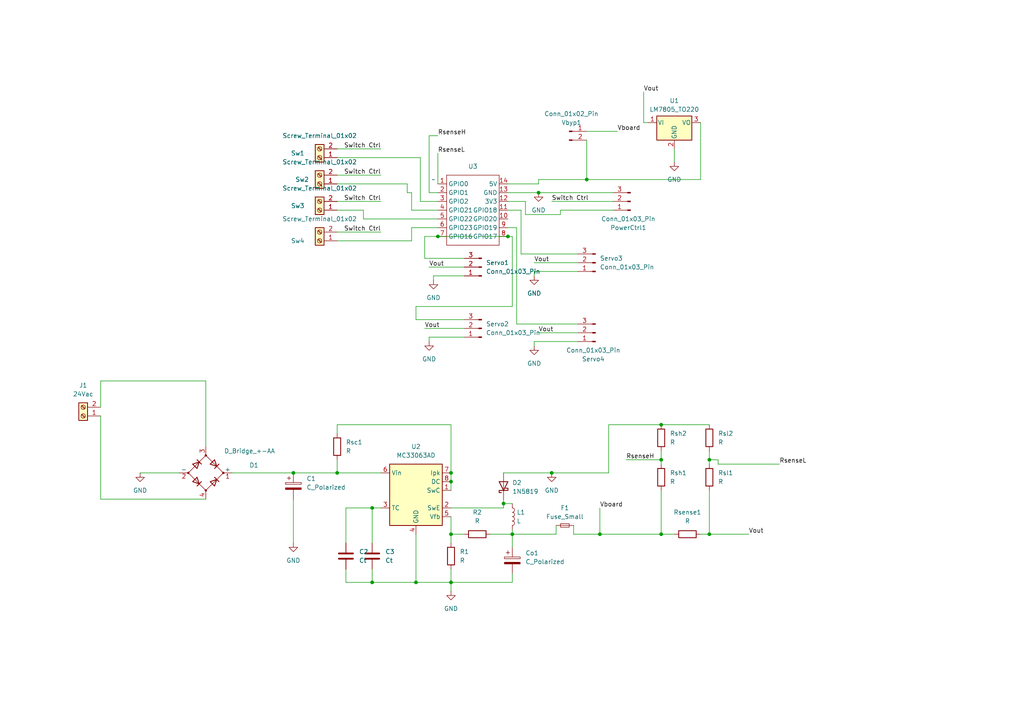
<source format=kicad_sch>
(kicad_sch (version 20230121) (generator eeschema)
  (paper "A4")
  (lib_symbols
    (symbol "Connector:Conn_01x02_Pin" (pin_names (offset 1.016) hide)
      (property "Reference" "J" (at 0 2.54 0))
      (property "Value" "Conn_01x02_Pin" (at 0 -5.08 0))
      (symbol "Conn_01x02_Pin_1_1"
        (polyline (pts (xy 1.27 -2.54) (xy 0.8636 -2.54)) (stroke (width 0.1524)))
        (polyline (pts (xy 1.27 0) (xy 0.8636 0)) (stroke (width 0.1524)))
        (rectangle (start 0.8636 -2.413) (end 0 -2.667) (stroke (width 0.1524)) (fill (type outline)))
        (rectangle (start 0.8636 0.127) (end 0 -0.127) (stroke (width 0.1524)) (fill (type outline)))
        (pin passive line (at 5.08 0 180) (length 3.81) (name "Pin_1") (number "1"))
        (pin passive line (at 5.08 -2.54 180) (length 3.81) (name "Pin_2") (number "2"))
      )
    )
    (symbol "Connector:Conn_01x03_Pin" (pin_names (offset 1.016) hide)
      (property "Reference" "J" (at 0 5.08 0))
      (property "Value" "Conn_01x03_Pin" (at 0 -5.08 0))
      (symbol "Conn_01x03_Pin_1_1"
        (polyline (pts (xy 1.27 -2.54) (xy 0.8636 -2.54)) (stroke (width 0.1524)))
        (polyline (pts (xy 1.27 0) (xy 0.8636 0)) (stroke (width 0.1524)))
        (polyline (pts (xy 1.27 2.54) (xy 0.8636 2.54)) (stroke (width 0.1524)))
        (rectangle (start 0.8636 -2.413) (end 0 -2.667) (stroke (width 0.1524)) (fill (type outline)))
        (rectangle (start 0.8636 0.127) (end 0 -0.127) (stroke (width 0.1524)) (fill (type outline)))
        (rectangle (start 0.8636 2.667) (end 0 2.413) (stroke (width 0.1524)) (fill (type outline)))
        (pin passive line (at 5.08 2.54 180) (length 3.81) (name "Pin_1") (number "1"))
        (pin passive line (at 5.08 0 180) (length 3.81) (name "Pin_2") (number "2"))
        (pin passive line (at 5.08 -2.54 180) (length 3.81) (name "Pin_3") (number "3"))
      )
    )
    (symbol "Connector:Screw_Terminal_01x02" (pin_names (offset 1.016) hide)
      (property "Reference" "J" (at 0 2.54 0))
      (property "Value" "Screw_Terminal_01x02" (at 0 -5.08 0))
      (symbol "Screw_Terminal_01x02_1_1"
        (rectangle (start -1.27 1.27) (end 1.27 -3.81) (stroke (width 0.254)) (fill (type background)))
        (circle (center 0 -2.54) (radius 0.635) (stroke (width 0.1524)))
        (polyline (pts (xy -0.5334 -2.2098) (xy 0.3302 -3.048)) (stroke (width 0.1524)))
        (polyline (pts (xy -0.5334 0.3302) (xy 0.3302 -0.508)) (stroke (width 0.1524)))
        (polyline (pts (xy -0.3556 -2.032) (xy 0.508 -2.8702)) (stroke (width 0.1524)))
        (polyline (pts (xy -0.3556 0.508) (xy 0.508 -0.3302)) (stroke (width 0.1524)))
        (circle (center 0 0) (radius 0.635) (stroke (width 0.1524)))
        (pin passive line (at -5.08 0 0) (length 3.81) (name "Pin_1") (number "1"))
        (pin passive line (at -5.08 -2.54 0) (length 3.81) (name "Pin_2") (number "2"))
      )
    )
    (symbol "Device:C" (pin_numbers hide) (pin_names (offset 0.254))
      (property "Reference" "C" (at 0.635 2.54 0))
      (property "Value" "C" (at 0.635 -2.54 0))
      (symbol "C_0_1"
        (polyline (pts (xy -2.032 -0.762) (xy 2.032 -0.762)) (stroke (width 0.508)))
        (polyline (pts (xy -2.032 0.762) (xy 2.032 0.762)) (stroke (width 0.508)))
      )
      (symbol "C_1_1"
        (pin passive line (at 0 3.81 270) (length 2.794) (name "~") (number "1"))
        (pin passive line (at 0 -3.81 90) (length 2.794) (name "~") (number "2"))
      )
    )
    (symbol "Device:C_Polarized" (pin_numbers hide) (pin_names (offset 0.254))
      (property "Reference" "C" (at 0.635 2.54 0))
      (property "Value" "C_Polarized" (at 0.635 -2.54 0))
      (symbol "C_Polarized_0_1"
        (rectangle (start -2.286 0.508) (end 2.286 1.016))
        (polyline (pts (xy -1.778 2.286) (xy -0.762 2.286)))
        (polyline (pts (xy -1.27 2.794) (xy -1.27 1.778)))
        (rectangle (start 2.286 -0.508) (end -2.286 -1.016) (fill (type outline)))
      )
      (symbol "C_Polarized_1_1"
        (pin passive line (at 0 3.81 270) (length 2.794) (name "~") (number "1"))
        (pin passive line (at 0 -3.81 90) (length 2.794) (name "~") (number "2"))
      )
    )
    (symbol "Device:D_Bridge_+-AA" (pin_names (offset 0))
      (property "Reference" "D" (at 2.54 6.985 0))
      (property "Value" "D_Bridge_+-AA" (at 2.54 5.08 0))
      (symbol "D_Bridge_+-AA_0_1"
        (circle (center -5.08 0) (radius 0.254) (fill (type outline)))
        (circle (center 0 -5.08) (radius 0.254) (fill (type outline)))
        (polyline (pts (xy -2.54 3.81) (xy -1.27 2.54)) (stroke (width 0.254)))
        (polyline (pts (xy -1.27 -2.54) (xy -2.54 -3.81)) (stroke (width 0.254)))
        (polyline (pts (xy 2.54 -1.27) (xy 3.81 -2.54)) (stroke (width 0.254)))
        (polyline (pts (xy 2.54 1.27) (xy 3.81 2.54)) (stroke (width 0.254)))
        (polyline (pts (xy -3.81 2.54) (xy -2.54 1.27) (xy -1.905 3.175) (xy -3.81 2.54)) (stroke (width 0.254)))
        (polyline (pts (xy -2.54 -1.27) (xy -3.81 -2.54) (xy -1.905 -3.175) (xy -2.54 -1.27)) (stroke (width 0.254)))
        (polyline (pts (xy 1.27 2.54) (xy 2.54 3.81) (xy 3.175 1.905) (xy 1.27 2.54)) (stroke (width 0.254)))
        (polyline (pts (xy 3.175 -1.905) (xy 1.27 -2.54) (xy 2.54 -3.81) (xy 3.175 -1.905)) (stroke (width 0.254)))
        (polyline (pts (xy -5.08 0) (xy 0 -5.08) (xy 5.08 0) (xy 0 5.08) (xy -5.08 0)))
        (circle (center 0 5.08) (radius 0.254) (fill (type outline)))
        (circle (center 5.08 0) (radius 0.254) (fill (type outline)))
      )
      (symbol "D_Bridge_+-AA_1_1"
        (pin passive line (at 7.62 0 180) (length 2.54) (name "+") (number "1"))
        (pin passive line (at -7.62 0 0) (length 2.54) (name "-") (number "2"))
        (pin passive line (at 0 7.62 270) (length 2.54) (name "~") (number "3"))
        (pin passive line (at 0 -7.62 90) (length 2.54) (name "~") (number "4"))
      )
    )
    (symbol "Device:Fuse_Small" (pin_numbers hide) (pin_names (offset 0.254) hide)
      (property "Reference" "F" (at 0 -1.524 0))
      (property "Value" "Fuse_Small" (at 0 1.524 0))
      (symbol "Fuse_Small_0_1"
        (rectangle (start -1.27 0.508) (end 1.27 -0.508))
        (polyline (pts (xy -1.27 0) (xy 1.27 0)))
      )
      (symbol "Fuse_Small_1_1"
        (pin passive line (at -2.54 0 0) (length 1.27) (name "~") (number "1"))
        (pin passive line (at 2.54 0 180) (length 1.27) (name "~") (number "2"))
      )
    )
    (symbol "Device:L" (pin_numbers hide) (pin_names (offset 1.016) hide)
      (property "Reference" "L" (at -1.27 0 90))
      (property "Value" "L" (at 1.905 0 90))
      (symbol "L_0_1"
        (arc (start 0 -2.54) (mid 0.6323 -1.905) (end 0 -1.27))
        (arc (start 0 -1.27) (mid 0.6323 -0.635) (end 0 0))
        (arc (start 0 0) (mid 0.6323 0.635) (end 0 1.27))
        (arc (start 0 1.27) (mid 0.6323 1.905) (end 0 2.54))
      )
      (symbol "L_1_1"
        (pin passive line (at 0 3.81 270) (length 1.27) (name "1") (number "1"))
        (pin passive line (at 0 -3.81 90) (length 1.27) (name "2") (number "2"))
      )
    )
    (symbol "Device:R" (pin_numbers hide) (pin_names (offset 0))
      (property "Reference" "R" (at 2.032 0 90))
      (property "Value" "R" (at 0 0 90))
      (symbol "R_0_1"
        (rectangle (start -1.016 -2.54) (end 1.016 2.54) (stroke (width 0.254)))
      )
      (symbol "R_1_1"
        (pin passive line (at 0 3.81 270) (length 1.27) (name "~") (number "1"))
        (pin passive line (at 0 -3.81 90) (length 1.27) (name "~") (number "2"))
      )
    )
    (symbol "Diode:1N5819" (pin_numbers hide) (pin_names (offset 1.016) hide)
      (property "Reference" "D" (at 0 2.54 0))
      (property "Value" "1N5819" (at 0 -2.54 0))
      (symbol "1N5819_0_1"
        (polyline (pts (xy 1.27 0) (xy -1.27 0)))
        (polyline (pts (xy 1.27 1.27) (xy 1.27 -1.27) (xy -1.27 0) (xy 1.27 1.27)) (stroke (width 0.254)))
        (polyline (pts (xy -1.905 0.635) (xy -1.905 1.27) (xy -1.27 1.27) (xy -1.27 -1.27) (xy -0.635 -1.27) (xy -0.635 -0.635)) (stroke (width 0.254)))
      )
      (symbol "1N5819_1_1"
        (pin passive line (at -3.81 0 0) (length 2.54) (name "K") (number "1"))
        (pin passive line (at 3.81 0 180) (length 2.54) (name "A") (number "2"))
      )
    )
    (symbol "Regulator_Linear:LM7805_TO220" (pin_names (offset 0.254))
      (property "Reference" "U" (at -3.81 3.175 0))
      (property "Value" "LM7805_TO220" (at 0 3.175 0))
      (symbol "LM7805_TO220_0_1"
        (rectangle (start -5.08 1.905) (end 5.08 -5.08) (stroke (width 0.254)) (fill (type background)))
      )
      (symbol "LM7805_TO220_1_1"
        (pin power_in line (at -7.62 0 0) (length 2.54) (name "VI") (number "1"))
        (pin power_in line (at 0 -7.62 90) (length 2.54) (name "GND") (number "2"))
        (pin power_out line (at 7.62 0 180) (length 2.54) (name "VO") (number "3"))
      )
    )
    (symbol "Regulator_Switching:MC33063AD"
      (property "Reference" "U" (at -7.62 8.89 0))
      (property "Value" "MC33063AD" (at 0 8.89 0))
      (symbol "MC33063AD_0_1"
        (rectangle (start -7.62 7.62) (end 7.62 -10.16) (stroke (width 0.254)) (fill (type background)))
      )
      (symbol "MC33063AD_1_1"
        (pin open_collector line (at 10.16 0 180) (length 2.54) (name "SwC") (number "1"))
        (pin open_emitter line (at 10.16 -5.08 180) (length 2.54) (name "SwE") (number "2"))
        (pin passive line (at -10.16 -5.08 0) (length 2.54) (name "TC") (number "3"))
        (pin power_in line (at 0 -12.7 90) (length 2.54) (name "GND") (number "4"))
        (pin input line (at 10.16 -7.62 180) (length 2.54) (name "Vfb") (number "5"))
        (pin power_in line (at -10.16 5.08 0) (length 2.54) (name "Vin") (number "6"))
        (pin input line (at 10.16 5.08 180) (length 2.54) (name "Ipk") (number "7"))
        (pin open_collector line (at 10.16 2.54 180) (length 2.54) (name "DC") (number "8"))
      )
    )
    (symbol "XIAO_C6_1"
      (property "Reference" "U" (at 0 0 0))
      (symbol "XIAO_C6_1_0_1"
        (rectangle (start 3.81 1.27) (end 19.05 -19.05))
      )
      (symbol "XIAO_C6_1_1_1"
        (pin bidirectional line (at 1.27 -1.27 0) (length 2.54) (name "GPIO0") (number "1"))
        (pin bidirectional line (at 21.59 -11.43 180) (length 2.54) (name "GPIO20") (number "10"))
        (pin bidirectional line (at 21.59 -8.89 180) (length 2.54) (name "GPIO18") (number "11"))
        (pin bidirectional line (at 21.59 -6.35 180) (length 2.54) (name "3V3") (number "12"))
        (pin bidirectional line (at 21.59 -3.81 180) (length 2.54) (name "GND") (number "13"))
        (pin bidirectional line (at 21.59 -1.27 180) (length 2.54) (name "5V") (number "14"))
        (pin bidirectional line (at 1.27 -3.81 0) (length 2.54) (name "GPIO1") (number "2"))
        (pin bidirectional line (at 1.27 -6.35 0) (length 2.54) (name "GPIO2") (number "3"))
        (pin bidirectional line (at 1.27 -8.89 0) (length 2.54) (name "GPIO21") (number "4"))
        (pin bidirectional line (at 1.27 -11.43 0) (length 2.54) (name "GPIO22") (number "5"))
        (pin bidirectional line (at 1.27 -13.97 0) (length 2.54) (name "GPIO23") (number "6"))
        (pin bidirectional line (at 1.27 -16.51 0) (length 2.54) (name "GPIO16") (number "7"))
        (pin bidirectional line (at 21.59 -16.51 180) (length 2.54) (name "GPIO17") (number "8"))
        (pin bidirectional line (at 21.59 -13.97 180) (length 2.54) (name "GPIO19") (number "9"))
      )
    )
    (symbol "power:GND" (power) (pin_names (offset 0))
      (property "Value" "GND" (at 0 -3.81 0))
      (symbol "GND_0_1"
        (polyline (pts (xy 0 0) (xy 0 -1.27) (xy 1.27 -1.27) (xy 0 -2.54) (xy -1.27 -1.27) (xy 0 -1.27)))
      )
      (symbol "GND_1_1"
        (pin power_in line (at 0 0 270) (length 0) hide (name "GND") (number "1"))
      )
    )
  )
  (junction (at 173.99 154.94))
  (junction (at 107.95 168.91))
  (junction (at 130.81 139.7))
  (junction (at 107.95 147.32))
  (junction (at 120.65 168.91))
  (junction (at 170.18 52.07))
  (junction (at 127 68.58))
  (junction (at 85.09 137.16))
  (junction (at 130.81 137.16))
  (junction (at 148.59 154.94))
  (junction (at 205.74 154.94))
  (junction (at 156.21 55.88))
  (junction (at 205.74 133.35))
  (junction (at 147.32 68.58))
  (junction (at 146.05 146.05))
  (junction (at 130.81 154.94))
  (junction (at 160.02 137.16))
  (junction (at 97.79 137.16))
  (junction (at 191.77 123.19))
  (junction (at 191.77 133.35))
  (junction (at 191.77 154.94))
  (junction (at 130.81 168.91))
  (wire (pts (xy 142.24 154.94) (xy 148.59 154.94)))
  (wire (pts (xy 160.02 58.42) (xy 177.8 58.42)))
  (wire (pts (xy 186.69 26.67) (xy 186.69 35.56)))
  (wire (pts (xy 130.81 139.7) (xy 130.81 142.24)))
  (wire (pts (xy 167.64 93.98) (xy 149.86 93.98)))
  (wire (pts (xy 124.46 99.06) (xy 124.46 97.79)))
  (wire (pts (xy 191.77 154.94) (xy 195.58 154.94)))
  (wire (pts (xy 170.18 52.07) (xy 203.2 52.07)))
  (wire (pts (xy 127 55.88) (xy 124.46 55.88)))
  (wire (pts (xy 166.37 152.4) (xy 166.37 154.94)))
  (wire (pts (xy 125.73 81.28) (xy 125.73 80.01)))
  (wire (pts (xy 151.13 73.66) (xy 167.64 73.66)))
  (wire (pts (xy 147.32 66.04) (xy 149.86 66.04)))
  (wire (pts (xy 119.38 55.88) (xy 118.11 55.88)))
  (wire (pts (xy 154.94 99.06) (xy 167.64 99.06)))
  (wire (pts (xy 146.05 137.16) (xy 160.02 137.16)))
  (wire (pts (xy 123.19 74.93) (xy 123.19 68.58)))
  (wire (pts (xy 162.56 60.96) (xy 177.8 60.96)))
  (wire (pts (xy 67.31 137.16) (xy 85.09 137.16)))
  (wire (pts (xy 130.81 165.1) (xy 130.81 168.91)))
  (wire (pts (xy 149.86 66.04) (xy 149.86 93.98)))
  (wire (pts (xy 205.74 154.94) (xy 217.17 154.94)))
  (wire (pts (xy 107.95 165.1) (xy 107.95 168.91)))
  (wire (pts (xy 147.32 60.96) (xy 151.13 60.96)))
  (wire (pts (xy 119.38 66.04) (xy 127 66.04)))
  (wire (pts (xy 119.38 69.85) (xy 119.38 66.04)))
  (wire (pts (xy 147.32 58.42) (xy 152.4 58.42)))
  (wire (pts (xy 154.94 76.2) (xy 167.64 76.2)))
  (wire (pts (xy 130.81 168.91) (xy 130.81 171.45)))
  (wire (pts (xy 124.46 55.88) (xy 124.46 39.37)))
  (wire (pts (xy 59.69 110.49) (xy 59.69 129.54)))
  (wire (pts (xy 154.94 100.33) (xy 154.94 99.06)))
  (wire (pts (xy 127 44.45) (xy 127 53.34)))
  (wire (pts (xy 107.95 168.91) (xy 120.65 168.91)))
  (wire (pts (xy 166.37 154.94) (xy 173.99 154.94)))
  (wire (pts (xy 170.18 38.1) (xy 179.07 38.1)))
  (wire (pts (xy 173.99 154.94) (xy 191.77 154.94)))
  (wire (pts (xy 148.59 88.9) (xy 120.65 88.9)))
  (wire (pts (xy 120.65 154.94) (xy 120.65 168.91)))
  (wire (pts (xy 118.11 55.88) (xy 118.11 53.34)))
  (wire (pts (xy 110.49 50.8) (xy 97.79 50.8)))
  (wire (pts (xy 146.05 144.78) (xy 146.05 146.05)))
  (wire (pts (xy 125.73 80.01) (xy 134.62 80.01)))
  (wire (pts (xy 191.77 142.24) (xy 191.77 154.94)))
  (wire (pts (xy 107.95 147.32) (xy 110.49 147.32)))
  (wire (pts (xy 156.21 52.07) (xy 156.21 53.34)))
  (wire (pts (xy 191.77 123.19) (xy 205.74 123.19)))
  (wire (pts (xy 85.09 137.16) (xy 97.79 137.16)))
  (wire (pts (xy 181.61 133.35) (xy 191.77 133.35)))
  (wire (pts (xy 107.95 157.48) (xy 107.95 147.32)))
  (wire (pts (xy 154.94 80.01) (xy 154.94 78.74)))
  (wire (pts (xy 130.81 154.94) (xy 134.62 154.94)))
  (wire (pts (xy 105.41 63.5) (xy 105.41 60.96)))
  (wire (pts (xy 148.59 68.58) (xy 147.32 68.58)))
  (wire (pts (xy 100.33 157.48) (xy 100.33 147.32)))
  (wire (pts (xy 176.53 137.16) (xy 160.02 137.16)))
  (wire (pts (xy 40.64 137.16) (xy 52.07 137.16)))
  (wire (pts (xy 130.81 137.16) (xy 130.81 139.7)))
  (wire (pts (xy 186.69 35.56) (xy 187.96 35.56)))
  (wire (pts (xy 100.33 168.91) (xy 107.95 168.91)))
  (wire (pts (xy 147.32 55.88) (xy 156.21 55.88)))
  (wire (pts (xy 120.65 88.9) (xy 120.65 92.71)))
  (wire (pts (xy 130.81 154.94) (xy 130.81 157.48)))
  (wire (pts (xy 97.79 133.35) (xy 97.79 137.16)))
  (wire (pts (xy 130.81 137.16) (xy 130.81 123.19)))
  (wire (pts (xy 156.21 55.88) (xy 177.8 55.88)))
  (wire (pts (xy 203.2 154.94) (xy 205.74 154.94)))
  (wire (pts (xy 127 68.58) (xy 137.16 68.58)))
  (wire (pts (xy 154.94 78.74) (xy 167.64 78.74)))
  (wire (pts (xy 120.65 168.91) (xy 130.81 168.91)))
  (wire (pts (xy 85.09 144.78) (xy 85.09 157.48)))
  (wire (pts (xy 110.49 67.31) (xy 97.79 67.31)))
  (wire (pts (xy 161.29 152.4) (xy 161.29 154.94)))
  (wire (pts (xy 148.59 146.05) (xy 146.05 146.05)))
  (wire (pts (xy 130.81 149.86) (xy 130.81 154.94)))
  (wire (pts (xy 97.79 69.85) (xy 119.38 69.85)))
  (wire (pts (xy 170.18 40.64) (xy 170.18 52.07)))
  (wire (pts (xy 148.59 154.94) (xy 148.59 158.75)))
  (wire (pts (xy 203.2 52.07) (xy 203.2 35.56)))
  (wire (pts (xy 226.06 134.62) (xy 208.28 134.62)))
  (wire (pts (xy 97.79 45.72) (xy 121.92 45.72)))
  (wire (pts (xy 29.21 110.49) (xy 59.69 110.49)))
  (wire (pts (xy 124.46 97.79) (xy 134.62 97.79)))
  (wire (pts (xy 148.59 166.37) (xy 148.59 168.91)))
  (wire (pts (xy 119.38 55.88) (xy 119.38 60.96)))
  (wire (pts (xy 110.49 43.18) (xy 97.79 43.18)))
  (wire (pts (xy 130.81 168.91) (xy 148.59 168.91)))
  (wire (pts (xy 124.46 39.37) (xy 127 39.37)))
  (wire (pts (xy 29.21 120.65) (xy 29.21 144.78)))
  (wire (pts (xy 124.46 77.47) (xy 134.62 77.47)))
  (wire (pts (xy 29.21 144.78) (xy 59.69 144.78)))
  (wire (pts (xy 100.33 147.32) (xy 107.95 147.32)))
  (wire (pts (xy 170.18 52.07) (xy 156.21 52.07)))
  (wire (pts (xy 127 63.5) (xy 105.41 63.5)))
  (wire (pts (xy 97.79 123.19) (xy 97.79 125.73)))
  (wire (pts (xy 173.99 147.32) (xy 173.99 154.94)))
  (wire (pts (xy 191.77 133.35) (xy 191.77 134.62)))
  (wire (pts (xy 152.4 58.42) (xy 152.4 62.23)))
  (wire (pts (xy 191.77 130.81) (xy 191.77 133.35)))
  (wire (pts (xy 208.28 134.62) (xy 208.28 133.35)))
  (wire (pts (xy 162.56 60.96) (xy 162.56 62.23)))
  (wire (pts (xy 205.74 133.35) (xy 205.74 134.62)))
  (wire (pts (xy 130.81 147.32) (xy 146.05 147.32)))
  (wire (pts (xy 161.29 154.94) (xy 148.59 154.94)))
  (wire (pts (xy 127 60.96) (xy 119.38 60.96)))
  (wire (pts (xy 205.74 130.81) (xy 205.74 133.35)))
  (wire (pts (xy 167.64 96.52) (xy 156.21 96.52)))
  (wire (pts (xy 191.77 123.19) (xy 176.53 123.19)))
  (wire (pts (xy 208.28 133.35) (xy 205.74 133.35)))
  (wire (pts (xy 100.33 165.1) (xy 100.33 168.91)))
  (wire (pts (xy 29.21 118.11) (xy 29.21 110.49)))
  (wire (pts (xy 127 58.42) (xy 121.92 58.42)))
  (wire (pts (xy 152.4 62.23) (xy 162.56 62.23)))
  (wire (pts (xy 110.49 58.42) (xy 97.79 58.42)))
  (wire (pts (xy 130.81 123.19) (xy 97.79 123.19)))
  (wire (pts (xy 146.05 146.05) (xy 146.05 147.32)))
  (wire (pts (xy 176.53 123.19) (xy 176.53 137.16)))
  (wire (pts (xy 123.19 95.25) (xy 134.62 95.25)))
  (wire (pts (xy 97.79 53.34) (xy 118.11 53.34)))
  (wire (pts (xy 151.13 60.96) (xy 151.13 73.66)))
  (wire (pts (xy 105.41 60.96) (xy 97.79 60.96)))
  (wire (pts (xy 195.58 43.18) (xy 195.58 46.99)))
  (wire (pts (xy 205.74 142.24) (xy 205.74 154.94)))
  (wire (pts (xy 139.7 68.58) (xy 147.32 68.58)))
  (wire (pts (xy 148.59 68.58) (xy 148.59 88.9)))
  (wire (pts (xy 97.79 137.16) (xy 110.49 137.16)))
  (wire (pts (xy 121.92 45.72) (xy 121.92 58.42)))
  (wire (pts (xy 134.62 74.93) (xy 123.19 74.93)))
  (wire (pts (xy 148.59 153.67) (xy 148.59 154.94)))
  (wire (pts (xy 120.65 92.71) (xy 134.62 92.71)))
  (wire (pts (xy 123.19 68.58) (xy 127 68.58)))
  (wire (pts (xy 147.32 53.34) (xy 156.21 53.34)))
  (label "Switch Ctrl" (at 110.49 43.18 180))
  (label "Vboard" (at 179.07 38.1 0))
  (label "Vboard" (at 173.99 147.32 0))
  (label "Vout" (at 156.21 96.52 0))
  (label "Vout" (at 217.17 154.94 0))
  (label "Vout" (at 186.69 26.67 0))
  (label "RsenseL" (at 127 44.45 0))
  (label "Switch Ctrl" (at 110.49 67.31 180))
  (label "Vout" (at 154.94 76.2 0))
  (label "Switch Ctrl" (at 110.49 50.8 180))
  (label "RsenseH" (at 181.61 133.35 0))
  (label "Vout" (at 123.19 95.25 0))
  (label "RsenseL" (at 226.06 134.62 0))
  (label "RsenseH" (at 127 39.37 0))
  (label "Switch Ctrl" (at 110.49 58.42 180))
  (label "Switch Ctrl" (at 160.02 58.42 0))
  (label "Vout" (at 124.46 77.47 0))
  (symbol (lib_id "Connector:Conn_01x03_Pin") (at 182.88 58.42 180) (unit 1)
    (property "Reference" "PowerCtrl1" (at 182.245 66.04 0))
    (property "Value" "Conn_01x03_Pin" (at 182.245 63.5 0))
    (property "Footprint" "Connector_PinHeader_2.54mm:PinHeader_1x03_P2.54mm_Vertical" (effects hide))
  )
  (symbol (lib_id "Connector:Conn_01x02_Pin") (at 165.1 38.1 0) (unit 1)
    (property "Reference" "Vbyp1" (at 165.735 35.56 0))
    (property "Value" "Conn_01x02_Pin" (at 165.735 33.02 0))
    (property "Footprint" "Connector_PinHeader_2.54mm:PinHeader_1x02_P2.54mm_Vertical" (effects hide))
  )
  (symbol (lib_id "Connector:Screw_Terminal_01x02") (at 92.71 45.72 180) (unit 1)
    (property "Reference" "Sw1" (at 86.36 44.45 0))
    (property "Value" "Screw_Terminal_01x02" (at 92.71 39.37 0))
    (property "Footprint" "Relay_parts:CONN_1985195" (effects hide))
  )
  (symbol (lib_id "power:GND") (at 160.02 137.16 0) (unit 1)
    (property "Reference" "#PWR04" (effects hide))
    (property "Value" "GND" (at 160.02 142.24 0))
  )
  (symbol (lib_id "power:GND") (at 124.46 99.06 0) (unit 1)
    (property "Reference" "#PWR06" (effects hide))
    (property "Value" "GND" (at 124.46 104.14 0))
  )
  (symbol (lib_id "Device:R") (at 199.39 154.94 90) (unit 1)
    (property "Reference" "Rsense1" (at 199.39 148.59 90))
    (property "Value" "R" (at 199.39 151.13 90))
    (property "Footprint" "Resistor_THT:R_Axial_DIN0414_L11.9mm_D4.5mm_P15.24mm_Horizontal" (effects hide))
  )
  (symbol (lib_id "Device:R") (at 205.74 138.43 0) (unit 1)
    (property "Reference" "Rsl1" (at 208.28 137.16 0) (effects (justify left)))
    (property "Value" "R" (at 208.28 139.7 0) (effects (justify left)))
    (property "Footprint" "Resistor_SMD:R_0603_1608Metric_Pad0.98x0.95mm_HandSolder" (effects hide))
  )
  (symbol (lib_id "Device:C_Polarized") (at 85.09 140.97 0) (unit 1)
    (property "Reference" "C1" (at 88.9 138.811 0) (effects (justify left)))
    (property "Value" "C_Polarized" (at 88.9 141.351 0) (effects (justify left)))
    (property "Footprint" "Capacitor_THT:CP_Radial_D8.0mm_P2.50mm" (effects hide))
  )
  (symbol (lib_id "Device:R") (at 191.77 127 0) (unit 1)
    (property "Reference" "Rsh2" (at 194.31 125.73 0) (effects (justify left)))
    (property "Value" "R" (at 194.31 128.27 0) (effects (justify left)))
    (property "Footprint" "Resistor_SMD:R_0603_1608Metric_Pad0.98x0.95mm_HandSolder" (effects hide))
  )
  (symbol (lib_id "Connector:Conn_01x03_Pin") (at 172.72 76.2 180) (unit 1)
    (property "Reference" "Servo3" (at 173.99 74.93 0) (effects (justify right)))
    (property "Value" "Conn_01x03_Pin" (at 173.99 77.47 0) (effects (justify right)))
    (property "Footprint" "Connector_PinHeader_2.54mm:PinHeader_1x03_P2.54mm_Vertical" (effects hide))
  )
  (symbol (lib_id "power:GND") (at 195.58 46.99 0) (unit 1)
    (property "Reference" "#PWR010" (effects hide))
    (property "Value" "GND" (at 195.58 52.07 0))
  )
  (symbol (lib_id "Connector:Conn_01x03_Pin") (at 139.7 95.25 180) (unit 1)
    (property "Reference" "Servo2" (at 140.97 93.98 0) (effects (justify right)))
    (property "Value" "Conn_01x03_Pin" (at 140.97 96.52 0) (effects (justify right)))
    (property "Footprint" "Connector_PinHeader_2.54mm:PinHeader_1x03_P2.54mm_Vertical" (effects hide))
  )
  (symbol (lib_id "Device:R") (at 130.81 161.29 0) (unit 1)
    (property "Reference" "R1" (at 133.35 160.02 0) (effects (justify left)))
    (property "Value" "R" (at 133.35 162.56 0) (effects (justify left)))
    (property "Footprint" "Resistor_THT:R_Axial_DIN0207_L6.3mm_D2.5mm_P10.16mm_Horizontal" (effects hide))
  )
  (symbol (lib_id "Device:R") (at 191.77 138.43 0) (unit 1)
    (property "Reference" "Rsh1" (at 194.31 137.16 0) (effects (justify left)))
    (property "Value" "R" (at 194.31 139.7 0) (effects (justify left)))
    (property "Footprint" "Resistor_SMD:R_0603_1608Metric_Pad0.98x0.95mm_HandSolder" (effects hide))
  )
  (symbol (lib_id "power:GND") (at 40.64 137.16 0) (unit 1)
    (property "Reference" "#PWR01" (effects hide))
    (property "Value" "GND" (at 40.64 142.24 0))
  )
  (symbol (lib_id "Diode:1N5819") (at 146.05 140.97 90) (unit 1)
    (property "Reference" "D2" (at 148.59 140.0175 90) (effects (justify right)))
    (property "Value" "1N5819" (at 148.59 142.5575 90) (effects (justify right)))
    (property "Footprint" "Diode_THT:D_DO-41_SOD81_P10.16mm_Horizontal" (effects hide))
    (property "Datasheet" "http://www.vishay.com/docs/88525/1n5817.pdf" (effects hide))
  )
  (symbol (lib_id "Connector:Conn_01x03_Pin") (at 172.72 96.52 180) (unit 1)
    (property "Reference" "Servo4" (at 172.085 104.14 0))
    (property "Value" "Conn_01x03_Pin" (at 172.085 101.6 0))
    (property "Footprint" "Connector_PinHeader_2.54mm:PinHeader_1x03_P2.54mm_Vertical" (effects hide))
  )
  (symbol (lib_id "Device:C_Polarized") (at 148.59 162.56 0) (unit 1)
    (property "Reference" "Co1" (at 152.4 160.401 0) (effects (justify left)))
    (property "Value" "C_Polarized" (at 152.4 162.941 0) (effects (justify left)))
    (property "Footprint" "Capacitor_THT:CP_Radial_D8.0mm_P3.80mm" (effects hide))
  )
  (symbol (lib_id "Device:R") (at 138.43 154.94 90) (unit 1)
    (property "Reference" "R2" (at 138.43 148.59 90))
    (property "Value" "R" (at 138.43 151.13 90))
    (property "Footprint" "Resistor_THT:R_Axial_DIN0207_L6.3mm_D2.5mm_P10.16mm_Horizontal" (effects hide))
  )
  (symbol (lib_id "Device:D_Bridge_+-AA") (at 59.69 137.16 0) (unit 1)
    (property "Reference" "D1" (at 73.66 134.9441 0))
    (property "Value" "D_Bridge_+-AA" (at 72.39 130.81 0))
    (property "Footprint" "CustomParts:DB_M" (effects hide))
  )
  (symbol (lib_id "Device:Fuse_Small") (at 163.83 152.4 0) (unit 1)
    (property "Reference" "F1" (at 163.83 147.32 0))
    (property "Value" "Fuse_Small" (at 163.83 149.86 0))
    (property "Footprint" "Fuse:Fuseholder_Clip-5x20mm_Keystone_3512P_Inline_P23.62x7.27mm_D1.02x2.41x1.02x1.57mm_Horizontal" (effects hide))
  )
  (symbol (lib_id "Device:C") (at 100.33 161.29 0) (unit 1)
    (property "Reference" "C2" (at 104.14 160.02 0) (effects (justify left)))
    (property "Value" "Ct" (at 104.14 162.56 0) (effects (justify left)))
    (property "Footprint" "Capacitor_SMD:C_0603_1608Metric_Pad1.08x0.95mm_HandSolder" (effects hide))
  )
  (symbol (lib_id "Connector:Conn_01x03_Pin") (at 139.7 77.47 180) (unit 1)
    (property "Reference" "Servo1" (at 140.97 76.2 0) (effects (justify right)))
    (property "Value" "Conn_01x03_Pin" (at 140.97 78.74 0) (effects (justify right)))
    (property "Footprint" "Connector_PinHeader_2.54mm:PinHeader_1x03_P2.54mm_Vertical" (effects hide))
  )
  (symbol (lib_id "Connector:Screw_Terminal_01x02") (at 92.71 60.96 180) (unit 1)
    (property "Reference" "Sw3" (at 86.36 59.69 0))
    (property "Value" "Screw_Terminal_01x02" (at 92.71 54.61 0))
    (property "Footprint" "Relay_parts:CONN_1985195" (effects hide))
  )
  (symbol (lib_id "Connector:Screw_Terminal_01x02") (at 92.71 53.34 180) (unit 1)
    (property "Reference" "Sw2" (at 87.63 52.07 0))
    (property "Value" "Screw_Terminal_01x02" (at 92.71 46.99 0))
    (property "Footprint" "Relay_parts:CONN_1985195" (effects hide))
  )
  (symbol (lib_id "power:GND") (at 130.81 171.45 0) (unit 1)
    (property "Reference" "#PWR03" (effects hide))
    (property "Value" "GND" (at 130.81 176.53 0))
  )
  (symbol (lib_id "Connector:Screw_Terminal_01x02") (at 24.13 120.65 180) (unit 1)
    (property "Reference" "J1" (at 24.13 111.76 0))
    (property "Value" "24Vac" (at 24.13 114.3 0))
    (property "Footprint" "TerminalBlock:TerminalBlock_Altech_AK300-2_P5.00mm" (effects hide))
  )
  (symbol (lib_id "Regulator_Linear:LM7805_TO220") (at 195.58 35.56 0) (unit 1)
    (property "Reference" "U1" (at 195.58 29.21 0))
    (property "Value" "LM7805_TO220" (at 195.58 31.75 0))
    (property "Footprint" "Package_TO_SOT_THT:TO-220-3_Vertical" (effects hide))
    (property "Datasheet" "https://www.onsemi.cn/PowerSolutions/document/MC7800-D.PDF" (effects hide))
  )
  (symbol (lib_id "power:GND") (at 154.94 100.33 0) (unit 1)
    (property "Reference" "#PWR08" (effects hide))
    (property "Value" "GND" (at 154.94 105.41 0))
  )
  (symbol (lib_id "power:GND") (at 154.94 80.01 0) (unit 1)
    (property "Reference" "#PWR07" (effects hide))
    (property "Value" "GND" (at 154.94 85.09 0))
  )
  (symbol (lib_id "Regulator_Switching:MC33063AD") (at 120.65 142.24 0) (unit 1)
    (property "Reference" "U2" (at 120.65 129.54 0))
    (property "Value" "MC33063AD" (at 120.65 132.08 0))
    (property "Footprint" "Package_SO:SOIC-8_3.9x4.9mm_P1.27mm" (effects hide))
    (property "Datasheet" "http://www.onsemi.com/pub_link/Collateral/MC34063A-D.PDF" (effects hide))
  )
  (symbol (lib_name "XIAO_C6_1") (lib_id "Seeed_Studio_XIAO_Series:XIAO_C6") (at 125.73 52.07 0) (unit 1)
    (property "Reference" "U3" (at 137.16 48.26 0))
    (property "Value" "~" (at 125.73 52.07 0))
    (property "Footprint" "Seeed Studio XIAO Series Library:XIAO-Generic-Thruhole-14P-2.54-21X17.8MM" (effects hide))
  )
  (symbol (lib_id "power:GND") (at 85.09 157.48 0) (unit 1)
    (property "Reference" "#PWR02" (effects hide))
    (property "Value" "GND" (at 85.09 162.56 0))
  )
  (symbol (lib_id "Device:R") (at 205.74 127 0) (unit 1)
    (property "Reference" "Rsl2" (at 208.28 125.73 0) (effects (justify left)))
    (property "Value" "R" (at 208.28 128.27 0) (effects (justify left)))
    (property "Footprint" "Resistor_SMD:R_0603_1608Metric_Pad0.98x0.95mm_HandSolder" (effects hide))
  )
  (symbol (lib_id "Device:R") (at 97.79 129.54 0) (unit 1)
    (property "Reference" "Rsc1" (at 100.33 128.27 0) (effects (justify left)))
    (property "Value" "R" (at 100.33 130.81 0) (effects (justify left)))
    (property "Footprint" "Resistor_THT:R_Axial_DIN0411_L9.9mm_D3.6mm_P12.70mm_Horizontal" (effects hide))
  )
  (symbol (lib_id "Device:C") (at 107.95 161.29 0) (unit 1)
    (property "Reference" "C3" (at 111.76 160.02 0) (effects (justify left)))
    (property "Value" "Ct" (at 111.76 162.56 0) (effects (justify left)))
    (property "Footprint" "Capacitor_THT:C_Rect_L4.0mm_W2.5mm_P2.50mm" (effects hide))
  )
  (symbol (lib_id "Device:L") (at 148.59 149.86 0) (unit 1)
    (property "Reference" "L1" (at 149.86 148.59 0) (effects (justify left)))
    (property "Value" "L" (at 149.86 151.13 0) (effects (justify left)))
    (property "Footprint" "Inductor_THT:L_Axial_L16.0mm_D7.5mm_P7.62mm_Vertical_Fastron_XHBCC" (effects hide))
  )
  (symbol (lib_id "Connector:Screw_Terminal_01x02") (at 92.71 69.85 180) (unit 1)
    (property "Reference" "Sw4" (at 86.36 69.85 0))
    (property "Value" "Screw_Terminal_01x02" (at 92.71 63.5 0))
    (property "Footprint" "Relay_parts:CONN_1985195" (effects hide))
  )
  (symbol (lib_id "power:GND") (at 156.21 55.88 0) (unit 1)
    (property "Reference" "#PWR09" (effects hide))
    (property "Value" "GND" (at 156.21 60.96 0))
  )
  (symbol (lib_id "power:GND") (at 125.73 81.28 0) (unit 1)
    (property "Reference" "#PWR05" (effects hide))
    (property "Value" "GND" (at 125.73 86.36 0))
  )
)
</source>
